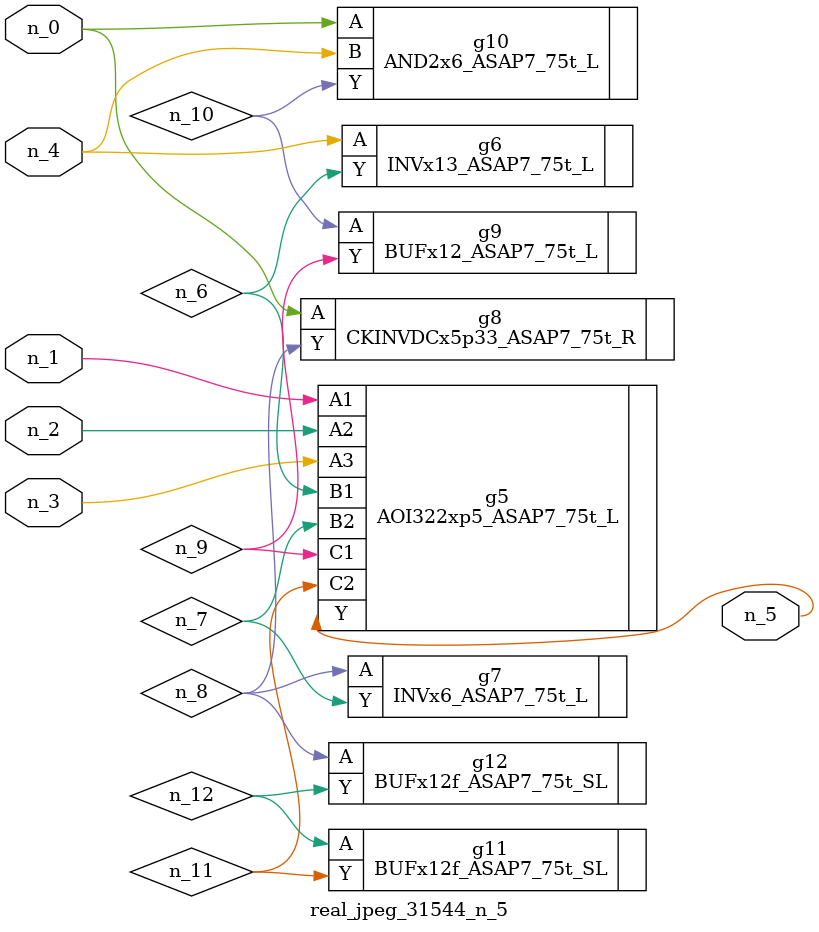
<source format=v>
module real_jpeg_31544_n_5 (n_4, n_0, n_1, n_2, n_3, n_5);

input n_4;
input n_0;
input n_1;
input n_2;
input n_3;

output n_5;

wire n_12;
wire n_8;
wire n_11;
wire n_6;
wire n_7;
wire n_10;
wire n_9;

CKINVDCx5p33_ASAP7_75t_R g8 ( 
.A(n_0),
.Y(n_8)
);

AND2x6_ASAP7_75t_L g10 ( 
.A(n_0),
.B(n_4),
.Y(n_10)
);

AOI322xp5_ASAP7_75t_L g5 ( 
.A1(n_1),
.A2(n_2),
.A3(n_3),
.B1(n_6),
.B2(n_7),
.C1(n_9),
.C2(n_11),
.Y(n_5)
);

INVx13_ASAP7_75t_L g6 ( 
.A(n_4),
.Y(n_6)
);

INVx6_ASAP7_75t_L g7 ( 
.A(n_8),
.Y(n_7)
);

BUFx12f_ASAP7_75t_SL g12 ( 
.A(n_8),
.Y(n_12)
);

BUFx12_ASAP7_75t_L g9 ( 
.A(n_10),
.Y(n_9)
);

BUFx12f_ASAP7_75t_SL g11 ( 
.A(n_12),
.Y(n_11)
);


endmodule
</source>
